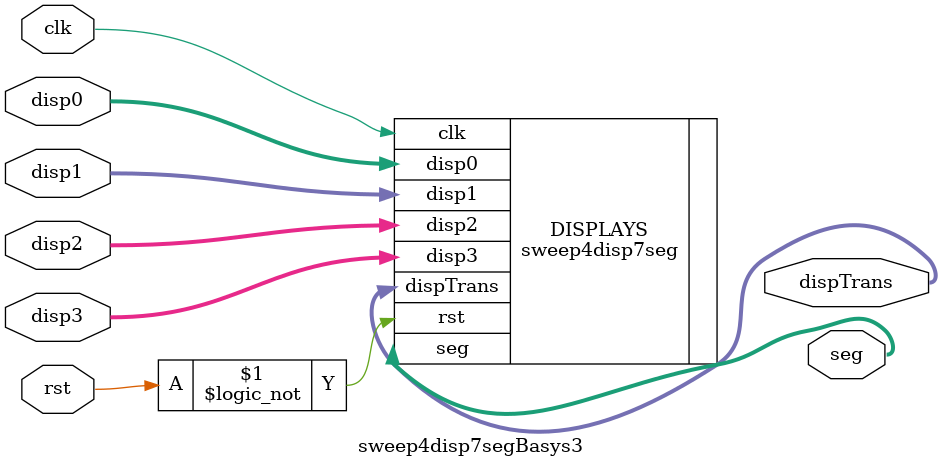
<source format=v>
module sweep4disp7segBasys3
#(
  parameter NBITS_COMPARE = 26,
  parameter COMPARE = 100_000 // 2ms/10ns/2
)
(
  input clk,
  input rst,
  input [4:0] disp0,
  input [4:0] disp1,
  input [4:0] disp2,
  input [4:0] disp3,
  output [7:0] seg,
  output [3:0] dispTrans
);

  sweep4disp7seg
  #(
    .NBITS_COMPARE (NBITS_COMPARE),
    .COMPARE (COMPARE)
  ) DISPLAYS
  (
    .clk (clk),
    .rst (!rst),
    .disp0 (disp0),
    .disp1 (disp1),
    .disp2 (disp2),
    .disp3 (disp3),
    .seg (seg),
    .dispTrans (dispTrans)
  );
endmodule

</source>
